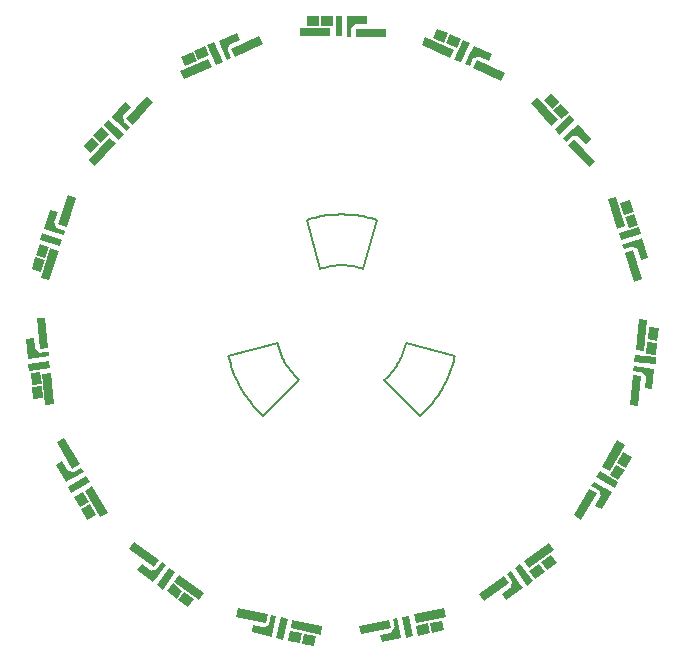
<source format=gts>
G75*
%MOIN*%
%OFA0B0*%
%FSLAX25Y25*%
%IPPOS*%
%LPD*%
%AMOC8*
5,1,8,0,0,1.08239X$1,22.5*
%
%ADD10C,0.00800*%
%ADD11R,0.10243X0.02900*%
%ADD12R,0.07093X0.02369*%
%ADD13R,0.06699X0.02565*%
%ADD14R,0.04731X0.01581*%
%ADD15R,0.02762X0.01581*%
%ADD16R,0.02369X0.07093*%
%ADD17R,0.01581X0.04731*%
%ADD18R,0.04042X0.03313*%
D10*
X0085576Y0082317D02*
X0097589Y0094315D01*
X0090376Y0106809D02*
X0073977Y0102407D01*
X0104533Y0131337D02*
X0100143Y0147728D01*
X0123349Y0147725D02*
X0118958Y0131332D01*
X0118960Y0131333D02*
X0118462Y0131503D01*
X0117961Y0131660D01*
X0117456Y0131805D01*
X0116948Y0131938D01*
X0116436Y0132058D01*
X0115922Y0132166D01*
X0115406Y0132261D01*
X0114887Y0132344D01*
X0114366Y0132414D01*
X0113844Y0132471D01*
X0113321Y0132516D01*
X0112796Y0132547D01*
X0112271Y0132567D01*
X0111746Y0132573D01*
X0111221Y0132567D01*
X0110696Y0132547D01*
X0110171Y0132516D01*
X0109648Y0132471D01*
X0109126Y0132414D01*
X0108605Y0132344D01*
X0108086Y0132261D01*
X0107570Y0132166D01*
X0107056Y0132058D01*
X0106544Y0131938D01*
X0106036Y0131805D01*
X0105531Y0131660D01*
X0105030Y0131503D01*
X0104532Y0131333D01*
X0100146Y0147731D02*
X0101049Y0148003D01*
X0101957Y0148253D01*
X0102872Y0148481D01*
X0103792Y0148687D01*
X0104716Y0148870D01*
X0105645Y0149030D01*
X0106577Y0149168D01*
X0107513Y0149283D01*
X0108451Y0149375D01*
X0109391Y0149444D01*
X0110332Y0149490D01*
X0111275Y0149513D01*
X0112217Y0149513D01*
X0113160Y0149490D01*
X0114101Y0149444D01*
X0115041Y0149375D01*
X0115979Y0149283D01*
X0116915Y0149168D01*
X0117847Y0149030D01*
X0118776Y0148870D01*
X0119700Y0148687D01*
X0120620Y0148481D01*
X0121535Y0148253D01*
X0122443Y0148003D01*
X0123346Y0147731D01*
X0149512Y0102409D02*
X0149296Y0101492D01*
X0149059Y0100580D01*
X0148799Y0099674D01*
X0148517Y0098774D01*
X0148213Y0097882D01*
X0147888Y0096997D01*
X0147541Y0096121D01*
X0147173Y0095254D01*
X0146783Y0094395D01*
X0146373Y0093547D01*
X0145942Y0092708D01*
X0145491Y0091881D01*
X0145020Y0091064D01*
X0144529Y0090260D01*
X0144018Y0089468D01*
X0143488Y0088688D01*
X0142939Y0087922D01*
X0142372Y0087169D01*
X0141787Y0086430D01*
X0141183Y0085706D01*
X0140563Y0084997D01*
X0139925Y0084303D01*
X0139270Y0083625D01*
X0138599Y0082963D01*
X0137912Y0082318D01*
X0137911Y0082317D02*
X0125903Y0094313D01*
X0133120Y0106812D02*
X0149513Y0102407D01*
X0133119Y0106809D02*
X0133017Y0106294D01*
X0132903Y0105781D01*
X0132776Y0105272D01*
X0132636Y0104765D01*
X0132485Y0104262D01*
X0132321Y0103763D01*
X0132145Y0103268D01*
X0131957Y0102777D01*
X0131758Y0102292D01*
X0131546Y0101811D01*
X0131323Y0101335D01*
X0131089Y0100865D01*
X0130843Y0100401D01*
X0130586Y0099943D01*
X0130317Y0099491D01*
X0130038Y0099046D01*
X0129749Y0098608D01*
X0129448Y0098177D01*
X0129137Y0097753D01*
X0128816Y0097337D01*
X0128485Y0096929D01*
X0128145Y0096530D01*
X0127794Y0096138D01*
X0127434Y0095756D01*
X0127065Y0095382D01*
X0126687Y0095017D01*
X0126301Y0094661D01*
X0125905Y0094315D01*
X0085580Y0082317D02*
X0084893Y0082962D01*
X0084222Y0083624D01*
X0083567Y0084302D01*
X0082929Y0084996D01*
X0082308Y0085705D01*
X0081705Y0086429D01*
X0081119Y0087168D01*
X0080552Y0087921D01*
X0080004Y0088687D01*
X0079474Y0089467D01*
X0078963Y0090259D01*
X0078472Y0091064D01*
X0078001Y0091880D01*
X0077550Y0092708D01*
X0077119Y0093546D01*
X0076709Y0094395D01*
X0076319Y0095253D01*
X0075951Y0096121D01*
X0075604Y0096997D01*
X0075278Y0097882D01*
X0074975Y0098774D01*
X0074693Y0099673D01*
X0074433Y0100579D01*
X0074196Y0101491D01*
X0073980Y0102409D01*
X0090373Y0106809D02*
X0090475Y0106294D01*
X0090589Y0105781D01*
X0090716Y0105271D01*
X0090856Y0104765D01*
X0091007Y0104262D01*
X0091171Y0103763D01*
X0091347Y0103268D01*
X0091534Y0102777D01*
X0091734Y0102291D01*
X0091946Y0101810D01*
X0092169Y0101334D01*
X0092403Y0100864D01*
X0092649Y0100400D01*
X0092906Y0099942D01*
X0093174Y0099490D01*
X0093453Y0099045D01*
X0093743Y0098607D01*
X0094044Y0098176D01*
X0094354Y0097753D01*
X0094675Y0097337D01*
X0095006Y0096929D01*
X0095347Y0096529D01*
X0095697Y0096138D01*
X0096057Y0095755D01*
X0096426Y0095381D01*
X0096804Y0095016D01*
X0097191Y0094661D01*
X0097586Y0094315D01*
D11*
G36*
X0042513Y0040316D02*
X0050798Y0034297D01*
X0049093Y0031950D01*
X0040808Y0037969D01*
X0042513Y0040316D01*
G37*
G36*
X0028561Y0058861D02*
X0033681Y0049993D01*
X0031169Y0048543D01*
X0026049Y0057411D01*
X0028561Y0058861D01*
G37*
G36*
X0019286Y0075059D02*
X0024406Y0066191D01*
X0021894Y0064741D01*
X0016774Y0073609D01*
X0019286Y0075059D01*
G37*
G36*
X0014780Y0096575D02*
X0015851Y0086390D01*
X0012968Y0086087D01*
X0011897Y0096272D01*
X0014780Y0096575D01*
G37*
G36*
X0012895Y0115145D02*
X0013966Y0104960D01*
X0011083Y0104657D01*
X0010012Y0114842D01*
X0012895Y0115145D01*
G37*
G36*
X0017343Y0137274D02*
X0014179Y0127534D01*
X0011421Y0128430D01*
X0014585Y0138170D01*
X0017343Y0137274D01*
G37*
G36*
X0023174Y0155006D02*
X0020010Y0145266D01*
X0017252Y0146162D01*
X0020416Y0155902D01*
X0023174Y0155006D01*
G37*
G36*
X0036382Y0173197D02*
X0029529Y0165587D01*
X0027374Y0167527D01*
X0034227Y0175137D01*
X0036382Y0173197D01*
G37*
G36*
X0048921Y0187024D02*
X0042068Y0179414D01*
X0039913Y0181354D01*
X0046766Y0188964D01*
X0048921Y0187024D01*
G37*
G36*
X0068377Y0198772D02*
X0059021Y0194607D01*
X0057841Y0197256D01*
X0067197Y0201421D01*
X0068377Y0198772D01*
G37*
G36*
X0085456Y0206303D02*
X0076100Y0202138D01*
X0074920Y0204787D01*
X0084276Y0208952D01*
X0085456Y0206303D01*
G37*
X0102769Y0210170D03*
X0121435Y0210103D03*
G36*
X0147830Y0201777D02*
X0138474Y0205942D01*
X0139654Y0208591D01*
X0149010Y0204426D01*
X0147830Y0201777D01*
G37*
G36*
X0164855Y0194125D02*
X0155499Y0198290D01*
X0156679Y0200939D01*
X0166035Y0196774D01*
X0164855Y0194125D01*
G37*
G36*
X0181582Y0179092D02*
X0174729Y0186702D01*
X0176884Y0188642D01*
X0183737Y0181032D01*
X0181582Y0179092D01*
G37*
G36*
X0194023Y0165177D02*
X0187170Y0172787D01*
X0189325Y0174727D01*
X0196178Y0167117D01*
X0194023Y0165177D01*
G37*
G36*
X0203502Y0144754D02*
X0200338Y0154494D01*
X0203096Y0155390D01*
X0206260Y0145650D01*
X0203502Y0144754D01*
G37*
G36*
X0209207Y0126981D02*
X0206043Y0136721D01*
X0208801Y0137617D01*
X0211965Y0127877D01*
X0209207Y0126981D01*
G37*
G36*
X0209692Y0104436D02*
X0210763Y0114621D01*
X0213646Y0114318D01*
X0212575Y0104133D01*
X0209692Y0104436D01*
G37*
G36*
X0207675Y0085879D02*
X0208746Y0096064D01*
X0211629Y0095761D01*
X0210558Y0085576D01*
X0207675Y0085879D01*
G37*
G36*
X0198545Y0065323D02*
X0203665Y0074191D01*
X0206177Y0072741D01*
X0201057Y0063873D01*
X0198545Y0065323D01*
G37*
G36*
X0189154Y0049191D02*
X0194274Y0058059D01*
X0196786Y0056609D01*
X0191666Y0047741D01*
X0189154Y0049191D01*
G37*
G36*
X0172577Y0033886D02*
X0180862Y0039905D01*
X0182567Y0037558D01*
X0174282Y0031539D01*
X0172577Y0033886D01*
G37*
G36*
X0157437Y0022968D02*
X0165722Y0028987D01*
X0167427Y0026640D01*
X0159142Y0020621D01*
X0157437Y0022968D01*
G37*
G36*
X0135751Y0016162D02*
X0145768Y0018292D01*
X0146371Y0015456D01*
X0136354Y0013326D01*
X0135751Y0016162D01*
G37*
G36*
X0117480Y0012346D02*
X0127497Y0014476D01*
X0128100Y0011640D01*
X0118083Y0009510D01*
X0117480Y0012346D01*
G37*
G36*
X0095302Y0014367D02*
X0105319Y0012237D01*
X0104716Y0009401D01*
X0094699Y0011531D01*
X0095302Y0014367D01*
G37*
G36*
X0077058Y0018313D02*
X0087075Y0016183D01*
X0086472Y0013347D01*
X0076455Y0015477D01*
X0077058Y0018313D01*
G37*
G36*
X0057575Y0029290D02*
X0065860Y0023271D01*
X0064155Y0020924D01*
X0055870Y0026943D01*
X0057575Y0029290D01*
G37*
D12*
G36*
X0050152Y0025881D02*
X0054320Y0031617D01*
X0056236Y0030225D01*
X0052068Y0024489D01*
X0050152Y0025881D01*
G37*
G36*
X0020393Y0058766D02*
X0026533Y0062311D01*
X0027717Y0060260D01*
X0021577Y0056715D01*
X0020393Y0058766D01*
G37*
G36*
X0007280Y0099809D02*
X0014332Y0100551D01*
X0014580Y0098197D01*
X0007528Y0097455D01*
X0007280Y0099809D01*
G37*
G36*
X0011807Y0143280D02*
X0018551Y0141089D01*
X0017819Y0138838D01*
X0011075Y0141029D01*
X0011807Y0143280D01*
G37*
G36*
X0033768Y0180936D02*
X0039037Y0176192D01*
X0037452Y0174432D01*
X0032183Y0179176D01*
X0033768Y0180936D01*
G37*
G36*
X0069136Y0206905D02*
X0072019Y0200427D01*
X0069856Y0199463D01*
X0066973Y0205941D01*
X0069136Y0206905D01*
G37*
G36*
X0154381Y0206655D02*
X0151498Y0200177D01*
X0149335Y0201141D01*
X0152218Y0207619D01*
X0154381Y0206655D01*
G37*
G36*
X0189551Y0180883D02*
X0184282Y0176139D01*
X0182697Y0177899D01*
X0187966Y0182643D01*
X0189551Y0180883D01*
G37*
G36*
X0211512Y0143150D02*
X0204768Y0140959D01*
X0204036Y0143210D01*
X0210780Y0145401D01*
X0211512Y0143150D01*
G37*
G36*
X0216355Y0099712D02*
X0209303Y0100454D01*
X0209551Y0102808D01*
X0216603Y0102066D01*
X0216355Y0099712D01*
G37*
G36*
X0202711Y0058297D02*
X0196571Y0061842D01*
X0197755Y0063893D01*
X0203895Y0060348D01*
X0202711Y0058297D01*
G37*
G36*
X0173526Y0025772D02*
X0169358Y0031508D01*
X0171274Y0032900D01*
X0175442Y0027164D01*
X0173526Y0025772D01*
G37*
G36*
X0133319Y0008365D02*
X0131844Y0015301D01*
X0134159Y0015793D01*
X0135634Y0008857D01*
X0133319Y0008365D01*
G37*
G36*
X0089907Y0008234D02*
X0091382Y0015170D01*
X0093697Y0014678D01*
X0092222Y0007742D01*
X0089907Y0008234D01*
G37*
D13*
G36*
X0088341Y0008776D02*
X0081790Y0010169D01*
X0082323Y0012676D01*
X0088874Y0011283D01*
X0088341Y0008776D01*
G37*
G36*
X0131666Y0008223D02*
X0125115Y0006830D01*
X0124582Y0009337D01*
X0131133Y0010730D01*
X0131666Y0008223D01*
G37*
G36*
X0172074Y0024970D02*
X0166657Y0021034D01*
X0165150Y0023108D01*
X0170567Y0027044D01*
X0172074Y0024970D01*
G37*
G36*
X0201711Y0056974D02*
X0198363Y0051174D01*
X0196143Y0052456D01*
X0199491Y0058256D01*
X0201711Y0056974D01*
G37*
G36*
X0215980Y0098097D02*
X0215279Y0091437D01*
X0212730Y0091705D01*
X0213431Y0098365D01*
X0215980Y0098097D01*
G37*
G36*
X0211826Y0141522D02*
X0213896Y0135153D01*
X0211458Y0134360D01*
X0209388Y0140729D01*
X0211826Y0141522D01*
G37*
G36*
X0190500Y0179524D02*
X0194981Y0174548D01*
X0193076Y0172832D01*
X0188595Y0177808D01*
X0190500Y0179524D01*
G37*
G36*
X0155802Y0205799D02*
X0161920Y0203076D01*
X0160878Y0200733D01*
X0154760Y0203456D01*
X0155802Y0205799D01*
G37*
X0116885Y0214354D03*
G36*
X0070722Y0207388D02*
X0076840Y0210111D01*
X0077882Y0207768D01*
X0071764Y0205045D01*
X0070722Y0207388D01*
G37*
G36*
X0035020Y0182023D02*
X0039501Y0186999D01*
X0041406Y0185283D01*
X0036925Y0180307D01*
X0035020Y0182023D01*
G37*
G36*
X0012510Y0144782D02*
X0014580Y0151151D01*
X0017018Y0150358D01*
X0014948Y0143989D01*
X0012510Y0144782D01*
G37*
G36*
X0007312Y0101467D02*
X0006611Y0108127D01*
X0009160Y0108395D01*
X0009861Y0101735D01*
X0007312Y0101467D01*
G37*
G36*
X0019747Y0060293D02*
X0016399Y0066093D01*
X0018619Y0067375D01*
X0021967Y0061575D01*
X0019747Y0060293D01*
G37*
G36*
X0048940Y0027014D02*
X0043523Y0030950D01*
X0045030Y0033024D01*
X0050447Y0029088D01*
X0048940Y0027014D01*
G37*
D14*
G36*
X0053023Y0032577D02*
X0050244Y0028752D01*
X0048965Y0029681D01*
X0051744Y0033506D01*
X0053023Y0032577D01*
G37*
G36*
X0025740Y0063716D02*
X0021644Y0061352D01*
X0020854Y0062720D01*
X0024950Y0065084D01*
X0025740Y0063716D01*
G37*
G36*
X0014178Y0102157D02*
X0009475Y0101663D01*
X0009310Y0103233D01*
X0014013Y0103727D01*
X0014178Y0102157D01*
G37*
G36*
X0019064Y0142619D02*
X0014566Y0144081D01*
X0015054Y0145583D01*
X0019552Y0144121D01*
X0019064Y0142619D01*
G37*
G36*
X0040126Y0177381D02*
X0036612Y0180545D01*
X0037670Y0181719D01*
X0041184Y0178555D01*
X0040126Y0177381D01*
G37*
G36*
X0073499Y0201070D02*
X0071576Y0205390D01*
X0073019Y0206032D01*
X0074942Y0201712D01*
X0073499Y0201070D01*
G37*
G36*
X0152966Y0199507D02*
X0154889Y0203827D01*
X0156332Y0203185D01*
X0154409Y0198865D01*
X0152966Y0199507D01*
G37*
G36*
X0185350Y0174930D02*
X0188864Y0178094D01*
X0189922Y0176920D01*
X0186408Y0173756D01*
X0185350Y0174930D01*
G37*
G36*
X0205252Y0139419D02*
X0209750Y0140881D01*
X0210238Y0139379D01*
X0205740Y0137917D01*
X0205252Y0139419D01*
G37*
G36*
X0209120Y0098850D02*
X0213823Y0098356D01*
X0213658Y0096786D01*
X0208955Y0097280D01*
X0209120Y0098850D01*
G37*
G36*
X0195751Y0060452D02*
X0199847Y0058088D01*
X0199057Y0056720D01*
X0194961Y0059084D01*
X0195751Y0060452D01*
G37*
G36*
X0168045Y0030572D02*
X0170824Y0026747D01*
X0169545Y0025818D01*
X0166766Y0029643D01*
X0168045Y0030572D01*
G37*
G36*
X0130263Y0014980D02*
X0131246Y0010354D01*
X0129701Y0010026D01*
X0128718Y0014652D01*
X0130263Y0014980D01*
G37*
G36*
X0089806Y0015520D02*
X0088823Y0010894D01*
X0087278Y0011222D01*
X0088261Y0015848D01*
X0089806Y0015520D01*
G37*
D15*
G36*
X0085785Y0011745D02*
X0088100Y0013248D01*
X0088961Y0011923D01*
X0086646Y0010420D01*
X0085785Y0011745D01*
G37*
G36*
X0047814Y0030765D02*
X0050541Y0031197D01*
X0050788Y0029637D01*
X0048061Y0029205D01*
X0047814Y0030765D01*
G37*
G36*
X0020244Y0064178D02*
X0022911Y0063463D01*
X0022502Y0061938D01*
X0019835Y0062653D01*
X0020244Y0064178D01*
G37*
G36*
X0009345Y0104815D02*
X0011491Y0103077D01*
X0010497Y0101849D01*
X0008351Y0103587D01*
X0009345Y0104815D01*
G37*
G36*
X0015728Y0147013D02*
X0016982Y0144553D01*
X0015576Y0143835D01*
X0014322Y0146295D01*
X0015728Y0147013D01*
G37*
G36*
X0038868Y0182750D02*
X0039013Y0179993D01*
X0037436Y0179910D01*
X0037291Y0182667D01*
X0038868Y0182750D01*
G37*
G36*
X0074534Y0206487D02*
X0073544Y0203909D01*
X0072070Y0204475D01*
X0073060Y0207053D01*
X0074534Y0206487D01*
G37*
G36*
X0116653Y0213263D02*
X0114701Y0211311D01*
X0113583Y0212429D01*
X0115535Y0214381D01*
X0116653Y0213263D01*
G37*
G36*
X0157684Y0202365D02*
X0155106Y0201375D01*
X0154540Y0202849D01*
X0157118Y0203839D01*
X0157684Y0202365D01*
G37*
G36*
X0190822Y0175620D02*
X0188065Y0175765D01*
X0188148Y0177342D01*
X0190905Y0177197D01*
X0190822Y0175620D01*
G37*
G36*
X0210532Y0137825D02*
X0208072Y0139079D01*
X0208790Y0140485D01*
X0211250Y0139231D01*
X0210532Y0137825D01*
G37*
G36*
X0213295Y0095246D02*
X0211557Y0097392D01*
X0212785Y0098386D01*
X0214523Y0096240D01*
X0213295Y0095246D01*
G37*
G36*
X0198099Y0055462D02*
X0197384Y0058129D01*
X0198909Y0058538D01*
X0199624Y0055871D01*
X0198099Y0055462D01*
G37*
G36*
X0168159Y0025058D02*
X0168591Y0027785D01*
X0170151Y0027538D01*
X0169719Y0024811D01*
X0168159Y0025058D01*
G37*
G36*
X0128125Y0009896D02*
X0129628Y0012211D01*
X0130953Y0011350D01*
X0129450Y0009035D01*
X0128125Y0009896D01*
G37*
D16*
X0110707Y0212295D03*
D17*
X0114294Y0211100D03*
D18*
X0106882Y0214138D03*
X0102157Y0214138D03*
G36*
X0062629Y0203904D02*
X0066320Y0205548D01*
X0067667Y0202524D01*
X0063976Y0200880D01*
X0062629Y0203904D01*
G37*
G36*
X0058313Y0201983D02*
X0062004Y0203627D01*
X0063351Y0200603D01*
X0059660Y0198959D01*
X0058313Y0201983D01*
G37*
G36*
X0028945Y0175686D02*
X0031648Y0178688D01*
X0034109Y0176472D01*
X0031406Y0173470D01*
X0028945Y0175686D01*
G37*
G36*
X0025784Y0172175D02*
X0028487Y0175177D01*
X0030948Y0172961D01*
X0028245Y0169959D01*
X0025784Y0172175D01*
G37*
G36*
X0009840Y0135979D02*
X0011089Y0139822D01*
X0014238Y0138799D01*
X0012989Y0134956D01*
X0009840Y0135979D01*
G37*
G36*
X0008380Y0131486D02*
X0009629Y0135329D01*
X0012778Y0134306D01*
X0011529Y0130463D01*
X0008380Y0131486D01*
G37*
G36*
X0008466Y0092567D02*
X0008043Y0096586D01*
X0011336Y0096933D01*
X0011759Y0092914D01*
X0008466Y0092567D01*
G37*
G36*
X0008960Y0087869D02*
X0008537Y0091888D01*
X0011830Y0092235D01*
X0012253Y0088216D01*
X0008960Y0087869D01*
G37*
G36*
X0024592Y0051859D02*
X0022571Y0055359D01*
X0025438Y0057015D01*
X0027459Y0053515D01*
X0024592Y0051859D01*
G37*
G36*
X0026954Y0047768D02*
X0024933Y0051268D01*
X0027800Y0052924D01*
X0029821Y0049424D01*
X0026954Y0047768D01*
G37*
G36*
X0056723Y0021453D02*
X0053454Y0023829D01*
X0055401Y0026507D01*
X0058670Y0024131D01*
X0056723Y0021453D01*
G37*
G36*
X0060545Y0018676D02*
X0057276Y0021052D01*
X0059223Y0023730D01*
X0062492Y0021354D01*
X0060545Y0018676D01*
G37*
G36*
X0097780Y0006595D02*
X0093827Y0007436D01*
X0094516Y0010675D01*
X0098469Y0009834D01*
X0097780Y0006595D01*
G37*
G36*
X0102401Y0005613D02*
X0098448Y0006454D01*
X0099137Y0009693D01*
X0103090Y0008852D01*
X0102401Y0005613D01*
G37*
G36*
X0141146Y0009932D02*
X0137193Y0009091D01*
X0136504Y0012330D01*
X0140457Y0013171D01*
X0141146Y0009932D01*
G37*
G36*
X0145767Y0010914D02*
X0141814Y0010073D01*
X0141125Y0013312D01*
X0145078Y0014153D01*
X0145767Y0010914D01*
G37*
G36*
X0179524Y0030431D02*
X0176255Y0028055D01*
X0174308Y0030733D01*
X0177577Y0033109D01*
X0179524Y0030431D01*
G37*
G36*
X0183346Y0033208D02*
X0180077Y0030832D01*
X0178130Y0033510D01*
X0181399Y0035886D01*
X0183346Y0033208D01*
G37*
G36*
X0206014Y0064478D02*
X0203993Y0060978D01*
X0201126Y0062634D01*
X0203147Y0066134D01*
X0206014Y0064478D01*
G37*
G36*
X0208376Y0068569D02*
X0206355Y0065069D01*
X0203488Y0066725D01*
X0205509Y0070225D01*
X0208376Y0068569D01*
G37*
G36*
X0216931Y0106806D02*
X0216508Y0102787D01*
X0213215Y0103134D01*
X0213638Y0107153D01*
X0216931Y0106806D01*
G37*
G36*
X0217424Y0111505D02*
X0217001Y0107486D01*
X0213708Y0107833D01*
X0214131Y0111852D01*
X0217424Y0111505D01*
G37*
G36*
X0209271Y0149731D02*
X0210520Y0145888D01*
X0207371Y0144865D01*
X0206122Y0148708D01*
X0209271Y0149731D01*
G37*
G36*
X0207811Y0154225D02*
X0209060Y0150382D01*
X0205911Y0149359D01*
X0204662Y0153202D01*
X0207811Y0154225D01*
G37*
G36*
X0184719Y0186405D02*
X0187422Y0183403D01*
X0184961Y0181187D01*
X0182258Y0184189D01*
X0184719Y0186405D01*
G37*
G36*
X0181558Y0189916D02*
X0184261Y0186914D01*
X0181800Y0184698D01*
X0179097Y0187700D01*
X0181558Y0189916D01*
G37*
G36*
X0147951Y0209561D02*
X0151642Y0207917D01*
X0150295Y0204893D01*
X0146604Y0206537D01*
X0147951Y0209561D01*
G37*
G36*
X0143635Y0211482D02*
X0147326Y0209838D01*
X0145979Y0206814D01*
X0142288Y0208458D01*
X0143635Y0211482D01*
G37*
M02*

</source>
